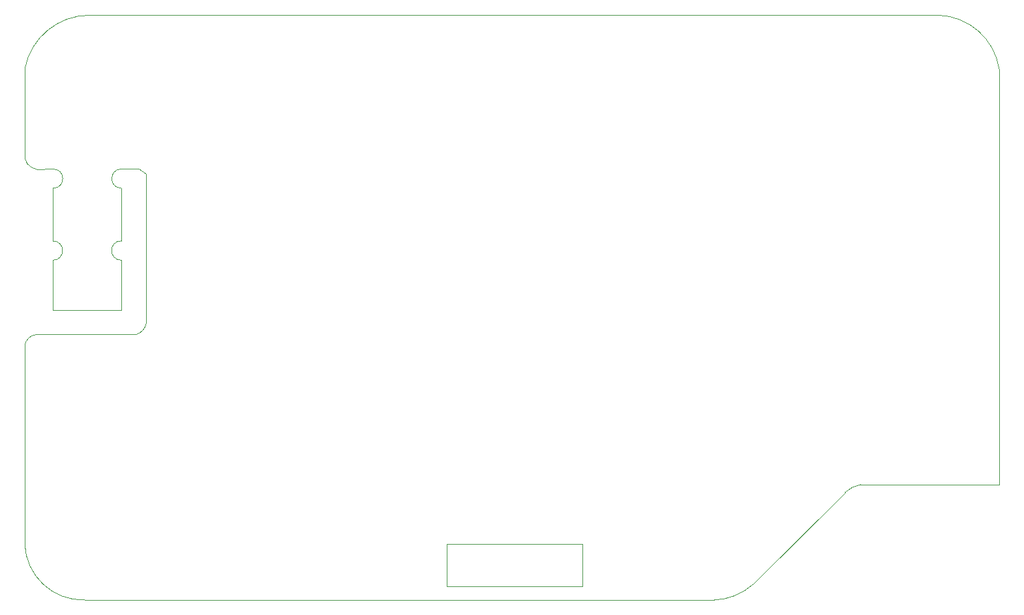
<source format=gbr>
%TF.GenerationSoftware,KiCad,Pcbnew,(6.0.9)*%
%TF.CreationDate,2022-11-23T17:03:00+02:00*%
%TF.ProjectId,Bird_detector_V1,42697264-5f64-4657-9465-63746f725f56,rev?*%
%TF.SameCoordinates,Original*%
%TF.FileFunction,Profile,NP*%
%FSLAX46Y46*%
G04 Gerber Fmt 4.6, Leading zero omitted, Abs format (unit mm)*
G04 Created by KiCad (PCBNEW (6.0.9)) date 2022-11-23 17:03:00*
%MOMM*%
%LPD*%
G01*
G04 APERTURE LIST*
%TA.AperFunction,Profile*%
%ADD10C,0.100000*%
%TD*%
%TA.AperFunction,Profile*%
%ADD11C,0.120000*%
%TD*%
G04 APERTURE END LIST*
D10*
X186000000Y-136000000D02*
X198000000Y-124000000D01*
X91500000Y-69000000D02*
X91500000Y-80000000D01*
X95151800Y-91338400D02*
X95177200Y-84491200D01*
X146253200Y-130683000D02*
X163855400Y-130683000D01*
X163855400Y-130683000D02*
X163855400Y-136220200D01*
X163855400Y-136220200D02*
X146253200Y-136220200D01*
X146253200Y-136220200D02*
X146253200Y-130683000D01*
X107289600Y-82600800D02*
X107289600Y-102000000D01*
X104021800Y-91333000D02*
X104047200Y-84485800D01*
X91500000Y-80000000D02*
G75*
G03*
X93000000Y-82000000I1750000J-250000D01*
G01*
X100000000Y-61999995D02*
G75*
G03*
X91500000Y-69000000I-78860J-8564955D01*
G01*
X95168400Y-100333800D02*
X104038400Y-100333800D01*
X91500000Y-130750000D02*
G75*
G03*
X99250000Y-138000000I7563800J318200D01*
G01*
X95151800Y-93838400D02*
X95168400Y-100333800D01*
X200000005Y-123000022D02*
G75*
G03*
X198000000Y-124000000I865995J-4232078D01*
G01*
X218000000Y-123000000D02*
X218000000Y-69000000D01*
X93000000Y-103500000D02*
X106000000Y-103500000D01*
X106324400Y-81985800D02*
X107289600Y-82600800D01*
X181000000Y-138000013D02*
G75*
G03*
X186000000Y-136000000I-247500J7868713D01*
G01*
X104047200Y-81985800D02*
X106324400Y-81985800D01*
X99250000Y-138000000D02*
X181000000Y-138000000D01*
X104021800Y-93833000D02*
X104038400Y-100333800D01*
X91500000Y-130750000D02*
X91500000Y-105000000D01*
X105999998Y-103499995D02*
G75*
G03*
X107289600Y-102000000I-654198J1866795D01*
G01*
X93000000Y-82000000D02*
X95177200Y-81991200D01*
X218000000Y-123000000D02*
X200000000Y-123000000D01*
X218000023Y-68999996D02*
G75*
G03*
X210000000Y-62000000I-8171123J-1267004D01*
G01*
X210000000Y-62000000D02*
X100000000Y-62000000D01*
X93000000Y-103500000D02*
G75*
G03*
X91500000Y-105000000I143800J-1643800D01*
G01*
D11*
%TO.C,FID11*%
X95151800Y-93838400D02*
G75*
G03*
X95151800Y-91338400I0J1250000D01*
G01*
X104021800Y-91333000D02*
G75*
G03*
X104021800Y-93833000I0J-1250000D01*
G01*
%TO.C,FID12*%
X104047200Y-81985800D02*
G75*
G03*
X104047200Y-84485800I0J-1250000D01*
G01*
X95177200Y-84491200D02*
G75*
G03*
X95177200Y-81991200I0J1250000D01*
G01*
%TD*%
M02*

</source>
